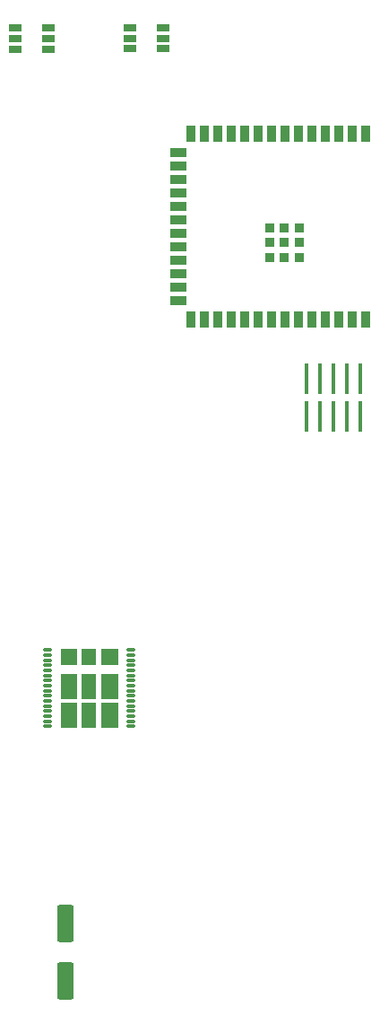
<source format=gbr>
%TF.GenerationSoftware,KiCad,Pcbnew,(7.0.0-0)*%
%TF.CreationDate,2023-03-05T22:11:08-05:00*%
%TF.ProjectId,bitaxeMax,62697461-7865-44d6-9178-2e6b69636164,rev?*%
%TF.SameCoordinates,Original*%
%TF.FileFunction,Paste,Bot*%
%TF.FilePolarity,Positive*%
%FSLAX46Y46*%
G04 Gerber Fmt 4.6, Leading zero omitted, Abs format (unit mm)*
G04 Created by KiCad (PCBNEW (7.0.0-0)) date 2023-03-05 22:11:08*
%MOMM*%
%LPD*%
G01*
G04 APERTURE LIST*
G04 Aperture macros list*
%AMRoundRect*
0 Rectangle with rounded corners*
0 $1 Rounding radius*
0 $2 $3 $4 $5 $6 $7 $8 $9 X,Y pos of 4 corners*
0 Add a 4 corners polygon primitive as box body*
4,1,4,$2,$3,$4,$5,$6,$7,$8,$9,$2,$3,0*
0 Add four circle primitives for the rounded corners*
1,1,$1+$1,$2,$3*
1,1,$1+$1,$4,$5*
1,1,$1+$1,$6,$7*
1,1,$1+$1,$8,$9*
0 Add four rect primitives between the rounded corners*
20,1,$1+$1,$2,$3,$4,$5,0*
20,1,$1+$1,$4,$5,$6,$7,0*
20,1,$1+$1,$6,$7,$8,$9,0*
20,1,$1+$1,$8,$9,$2,$3,0*%
G04 Aperture macros list end*
%ADD10C,0.100000*%
%ADD11R,0.457200X2.997200*%
%ADD12R,0.900000X1.500000*%
%ADD13R,1.500000X0.900000*%
%ADD14R,0.900000X0.900000*%
%ADD15RoundRect,0.135000X0.295000X0.000000X-0.295000X0.000000X-0.295000X0.000000X0.295000X0.000000X0*%
%ADD16R,1.193800X0.711200*%
%ADD17RoundRect,0.250000X-0.550000X1.500000X-0.550000X-1.500000X0.550000X-1.500000X0.550000X1.500000X0*%
G04 APERTURE END LIST*
%TO.C,IC1*%
G36*
X106250000Y-114180000D02*
G01*
X105030000Y-114180000D01*
X105030000Y-112780000D01*
X106250000Y-112780000D01*
X106250000Y-114180000D01*
G37*
D10*
X106250000Y-114180000D02*
X105030000Y-114180000D01*
X105030000Y-112780000D01*
X106250000Y-112780000D01*
X106250000Y-114180000D01*
G36*
X108350000Y-114180000D02*
G01*
X106890000Y-114180000D01*
X106890000Y-112780000D01*
X108350000Y-112780000D01*
X108350000Y-114180000D01*
G37*
X108350000Y-114180000D02*
X106890000Y-114180000D01*
X106890000Y-112780000D01*
X108350000Y-112780000D01*
X108350000Y-114180000D01*
G36*
X104490000Y-114180000D02*
G01*
X103030000Y-114180000D01*
X103030000Y-112780000D01*
X104490000Y-112780000D01*
X104490000Y-114180000D01*
G37*
X104490000Y-114180000D02*
X103030000Y-114180000D01*
X103030000Y-112780000D01*
X104490000Y-112780000D01*
X104490000Y-114180000D01*
G36*
X104490000Y-117480000D02*
G01*
X103030000Y-117480000D01*
X103030000Y-115180000D01*
X104490000Y-115180000D01*
X104490000Y-117480000D01*
G37*
X104490000Y-117480000D02*
X103030000Y-117480000D01*
X103030000Y-115180000D01*
X104490000Y-115180000D01*
X104490000Y-117480000D01*
G36*
X106250000Y-117480000D02*
G01*
X105030000Y-117480000D01*
X105030000Y-115180000D01*
X106250000Y-115180000D01*
X106250000Y-117480000D01*
G37*
X106250000Y-117480000D02*
X105030000Y-117480000D01*
X105030000Y-115180000D01*
X106250000Y-115180000D01*
X106250000Y-117480000D01*
G36*
X106250000Y-120180000D02*
G01*
X105030000Y-120180000D01*
X105030000Y-117880000D01*
X106250000Y-117880000D01*
X106250000Y-120180000D01*
G37*
X106250000Y-120180000D02*
X105030000Y-120180000D01*
X105030000Y-117880000D01*
X106250000Y-117880000D01*
X106250000Y-120180000D01*
G36*
X108350000Y-117480000D02*
G01*
X106890000Y-117480000D01*
X106890000Y-115180000D01*
X108350000Y-115180000D01*
X108350000Y-117480000D01*
G37*
X108350000Y-117480000D02*
X106890000Y-117480000D01*
X106890000Y-115180000D01*
X108350000Y-115180000D01*
X108350000Y-117480000D01*
G36*
X104490000Y-120180000D02*
G01*
X103030000Y-120180000D01*
X103030000Y-117880000D01*
X104490000Y-117880000D01*
X104490000Y-120180000D01*
G37*
X104490000Y-120180000D02*
X103030000Y-120180000D01*
X103030000Y-117880000D01*
X104490000Y-117880000D01*
X104490000Y-120180000D01*
G36*
X108350000Y-120180000D02*
G01*
X106890000Y-120180000D01*
X106890000Y-117880000D01*
X108350000Y-117880000D01*
X108350000Y-120180000D01*
G37*
X108350000Y-120180000D02*
X106890000Y-120180000D01*
X106890000Y-117880000D01*
X108350000Y-117880000D01*
X108350000Y-120180000D01*
%TD*%
D11*
%TO.C,J10*%
X131284999Y-90881999D03*
X131284999Y-87325999D03*
X130014999Y-90881999D03*
X130014999Y-87325999D03*
X128744999Y-90881999D03*
X128744999Y-87325999D03*
X127474999Y-90881999D03*
X127474999Y-87325999D03*
X126204999Y-90881999D03*
X126204999Y-87325999D03*
%TD*%
D12*
%TO.C,U12*%
X131869999Y-81709999D03*
X130599999Y-81709999D03*
X129329999Y-81709999D03*
X128059999Y-81709999D03*
X126789999Y-81709999D03*
X125519999Y-81709999D03*
X124249999Y-81709999D03*
X122979999Y-81709999D03*
X121709999Y-81709999D03*
X120439999Y-81709999D03*
X119169999Y-81709999D03*
X117899999Y-81709999D03*
X116629999Y-81709999D03*
X115359999Y-81709999D03*
D13*
X114109999Y-79944999D03*
X114109999Y-78674999D03*
X114109999Y-77404999D03*
X114109999Y-76134999D03*
X114109999Y-74864999D03*
X114109999Y-73594999D03*
X114109999Y-72324999D03*
X114109999Y-71054999D03*
X114109999Y-69784999D03*
X114109999Y-68514999D03*
X114109999Y-67244999D03*
X114109999Y-65974999D03*
D12*
X115359999Y-64209999D03*
X116629999Y-64209999D03*
X117899999Y-64209999D03*
X119169999Y-64209999D03*
X120439999Y-64209999D03*
X121709999Y-64209999D03*
X122979999Y-64209999D03*
X124249999Y-64209999D03*
X125519999Y-64209999D03*
X126789999Y-64209999D03*
X128059999Y-64209999D03*
X129329999Y-64209999D03*
X130599999Y-64209999D03*
X131869999Y-64209999D03*
D14*
X124149999Y-74459999D03*
X125549999Y-75859999D03*
X122749999Y-75859999D03*
X122749999Y-74459999D03*
X122749999Y-73059999D03*
X124149999Y-75859999D03*
X125549999Y-73059999D03*
X124149999Y-73059999D03*
X125549999Y-74459999D03*
%TD*%
D15*
%TO.C,IC1*%
X109624600Y-112880000D03*
X109624600Y-113360000D03*
X109624600Y-113840000D03*
X109624600Y-114320000D03*
X109624600Y-114800000D03*
X109624600Y-115280000D03*
X109624600Y-115760000D03*
X109624600Y-116240000D03*
X109624600Y-116720000D03*
X109624600Y-117200000D03*
X109624600Y-117680000D03*
X109624600Y-118160000D03*
X109624600Y-118640000D03*
X109624600Y-119120000D03*
X109624600Y-119600000D03*
X109624600Y-120080000D03*
X101755400Y-120080000D03*
X101755400Y-119600000D03*
X101755400Y-119120000D03*
X101755400Y-118640000D03*
X101755400Y-118160000D03*
X101755400Y-117680000D03*
X101755400Y-117200000D03*
X101755400Y-116720000D03*
X101755400Y-116240000D03*
X101755400Y-115760000D03*
X101755400Y-115280000D03*
X101755400Y-114800000D03*
X101755400Y-114320000D03*
X101755400Y-113840000D03*
X101755400Y-113360000D03*
X101755400Y-112880000D03*
%TD*%
D16*
%TO.C,U13*%
X112698246Y-54179998D03*
X112698246Y-55179999D03*
X112698246Y-56180000D03*
X109574046Y-56180000D03*
X109574046Y-55179999D03*
X109574046Y-54179998D03*
%TD*%
D17*
%TO.C,C28*%
X103490000Y-138720000D03*
X103490000Y-144120000D03*
%TD*%
D16*
%TO.C,U4*%
X101864393Y-54209998D03*
X101864393Y-55209999D03*
X101864393Y-56210000D03*
X98740193Y-56210000D03*
X98740193Y-55209999D03*
X98740193Y-54209998D03*
%TD*%
M02*

</source>
